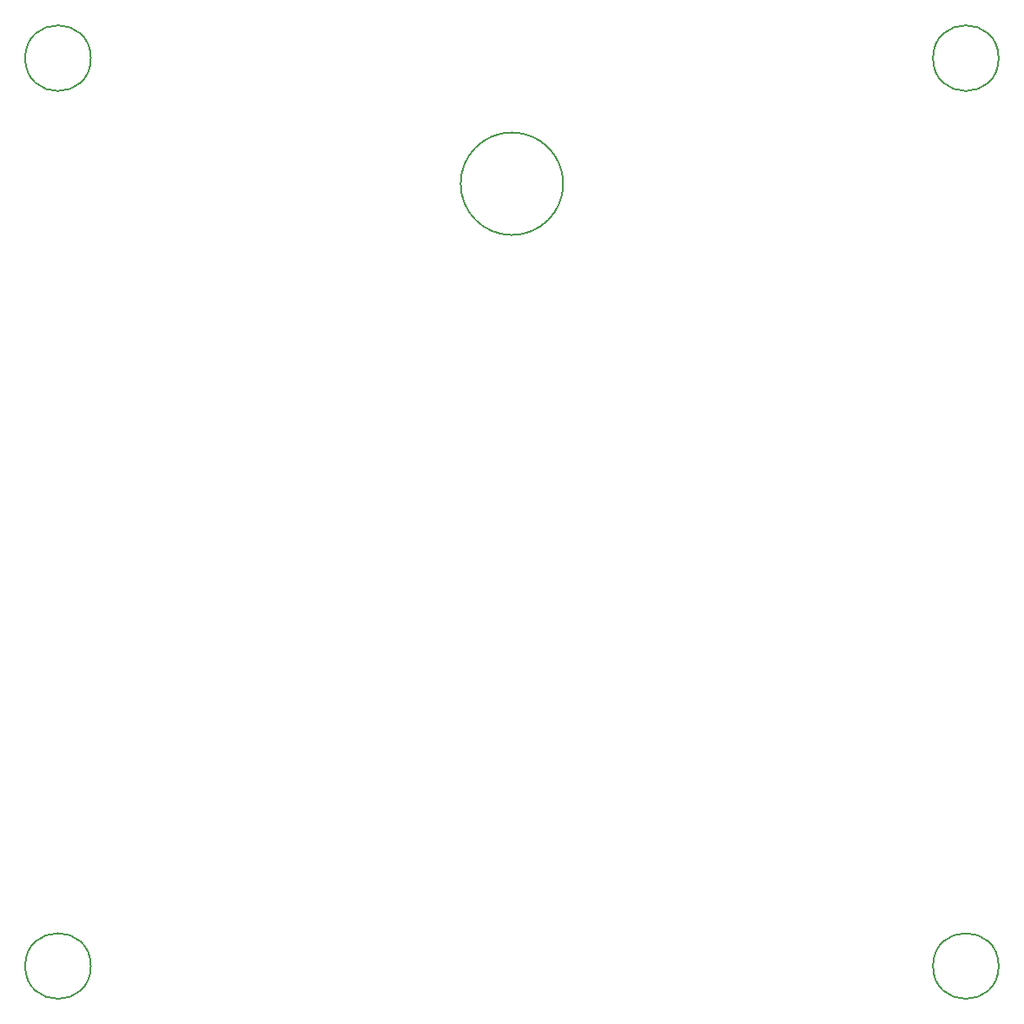
<source format=gbr>
%TF.GenerationSoftware,KiCad,Pcbnew,(7.0.0)*%
%TF.CreationDate,2023-12-08T21:12:49-05:00*%
%TF.ProjectId,Coaster-Graphics,436f6173-7465-4722-9d47-726170686963,rev?*%
%TF.SameCoordinates,Original*%
%TF.FileFunction,Other,Comment*%
%FSLAX46Y46*%
G04 Gerber Fmt 4.6, Leading zero omitted, Abs format (unit mm)*
G04 Created by KiCad (PCBNEW (7.0.0)) date 2023-12-08 21:12:49*
%MOMM*%
%LPD*%
G01*
G04 APERTURE LIST*
%ADD10C,0.150000*%
G04 APERTURE END LIST*
D10*
%TO.C,H5*%
X143789934Y-67490200D02*
G75*
G03*
X143789934Y-67490200I-5000000J0D01*
G01*
%TO.C,H4*%
X186239934Y-55250066D02*
G75*
G03*
X186239934Y-55250066I-3200000J0D01*
G01*
%TO.C,H3*%
X186239934Y-143750066D02*
G75*
G03*
X186239934Y-143750066I-3200000J0D01*
G01*
%TO.C,H2*%
X97739934Y-143750066D02*
G75*
G03*
X97739934Y-143750066I-3200000J0D01*
G01*
%TO.C,H1*%
X97739934Y-55250066D02*
G75*
G03*
X97739934Y-55250066I-3200000J0D01*
G01*
%TD*%
M02*

</source>
